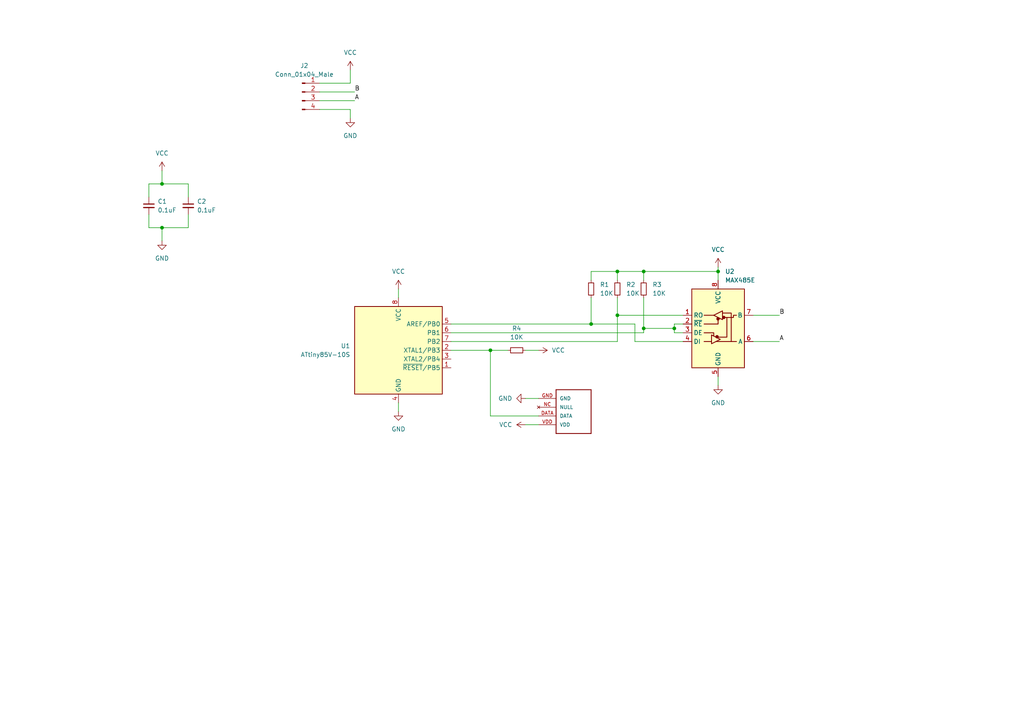
<source format=kicad_sch>
(kicad_sch (version 20211123) (generator eeschema)
  (paper "A4")
  (lib_symbols
    (symbol "Connector:Conn_01x04_Male" (pin_names (offset 1.016) hide)
      (property "Reference" "J" (at 0 5.08 0))
      (property "Value" "Conn_01x04_Male" (at 0 -7.62 0))
      (symbol "Conn_01x04_Male_1_1"
        (polyline (pts (xy 1.27 -5.08) (xy 0.8636 -5.08)) (stroke (width 0.1524)))
        (polyline (pts (xy 1.27 -2.54) (xy 0.8636 -2.54)) (stroke (width 0.1524)))
        (polyline (pts (xy 1.27 0) (xy 0.8636 0)) (stroke (width 0.1524)))
        (polyline (pts (xy 1.27 2.54) (xy 0.8636 2.54)) (stroke (width 0.1524)))
        (rectangle (start 0.8636 -4.953) (end 0 -5.207) (stroke (width 0.1524)) (fill (type outline)))
        (rectangle (start 0.8636 -2.413) (end 0 -2.667) (stroke (width 0.1524)) (fill (type outline)))
        (rectangle (start 0.8636 0.127) (end 0 -0.127) (stroke (width 0.1524)) (fill (type outline)))
        (rectangle (start 0.8636 2.667) (end 0 2.413) (stroke (width 0.1524)) (fill (type outline)))
        (pin passive line (at 5.08 2.54 180) (length 3.81) (name "Pin_1") (number "1"))
        (pin passive line (at 5.08 0 180) (length 3.81) (name "Pin_2") (number "2"))
        (pin passive line (at 5.08 -2.54 180) (length 3.81) (name "Pin_3") (number "3"))
        (pin passive line (at 5.08 -5.08 180) (length 3.81) (name "Pin_4") (number "4"))
      )
    )
    (symbol "DHT22:DHT22" (pin_names (offset 1.016))
      (symbol "DHT22_0_0"
        (polyline (pts (xy 0 0) (xy 10.16 0)) (stroke (width 0.254)))
        (polyline (pts (xy 0 12.7) (xy 0 0)) (stroke (width 0.254)))
        (polyline (pts (xy 10.16 0) (xy 10.16 12.7)) (stroke (width 0.254)))
        (polyline (pts (xy 10.16 12.7) (xy 0 12.7)) (stroke (width 0.254)))
        (pin output line (at 15.24 7.62 180) (length 5.08) (name "DATA") (number "DATA"))
        (pin power_in line (at 15.24 2.54 180) (length 5.08) (name "GND") (number "GND"))
        (pin no_connect line (at 15.24 5.08 180) (length 5.08) (name "NULL") (number "NC"))
        (pin power_in line (at 15.24 10.16 180) (length 5.08) (name "VDD") (number "VDD"))
      )
    )
    (symbol "Device:C_Small" (pin_numbers hide) (pin_names (offset 0.254) hide)
      (property "Reference" "C" (at 0.254 1.778 0))
      (property "Value" "C_Small" (at 0.254 -2.032 0))
      (symbol "C_Small_0_1"
        (polyline (pts (xy -1.524 -0.508) (xy 1.524 -0.508)) (stroke (width 0.3302)))
        (polyline (pts (xy -1.524 0.508) (xy 1.524 0.508)) (stroke (width 0.3048)))
      )
      (symbol "C_Small_1_1"
        (pin passive line (at 0 2.54 270) (length 2.032) (name "~") (number "1"))
        (pin passive line (at 0 -2.54 90) (length 2.032) (name "~") (number "2"))
      )
    )
    (symbol "Device:R_Small" (pin_numbers hide) (pin_names (offset 0.254) hide)
      (property "Reference" "R" (at 0.762 0.508 0))
      (property "Value" "R_Small" (at 0.762 -1.016 0))
      (symbol "R_Small_0_1"
        (rectangle (start -0.762 1.778) (end 0.762 -1.778) (stroke (width 0.2032)))
      )
      (symbol "R_Small_1_1"
        (pin passive line (at 0 2.54 270) (length 0.762) (name "~") (number "1"))
        (pin passive line (at 0 -2.54 90) (length 0.762) (name "~") (number "2"))
      )
    )
    (symbol "Interface_UART:MAX485E"
      (property "Reference" "U" (at -6.096 11.43 0))
      (property "Value" "MAX485E" (at 0.762 11.43 0))
      (symbol "MAX485E_0_1"
        (rectangle (start -7.62 10.16) (end 7.62 -12.7) (stroke (width 0.254)) (fill (type background)))
        (circle (center -0.3048 -3.683) (radius 0.3556) (stroke (width 0.254)) (fill (type outline)))
        (circle (center -0.0254 1.4986) (radius 0.3556) (stroke (width 0.254)) (fill (type outline)))
        (polyline (pts (xy -4.064 -5.08) (xy -1.905 -5.08)) (stroke (width 0.254)))
        (polyline (pts (xy -4.064 2.54) (xy -1.27 2.54)) (stroke (width 0.254)))
        (polyline (pts (xy -1.27 -3.2004) (xy -1.27 -3.4544)) (stroke (width 0.254)))
        (polyline (pts (xy -0.635 -5.08) (xy 5.334 -5.08)) (stroke (width 0.254)))
        (polyline (pts (xy -4.064 -2.54) (xy -1.27 -2.54) (xy -1.27 -3.175)) (stroke (width 0.254)))
        (polyline (pts (xy 0 1.27) (xy 0 0) (xy -4.064 0)) (stroke (width 0.254)))
        (polyline (pts (xy 1.27 3.175) (xy 3.81 3.175) (xy 3.81 -5.08)) (stroke (width 0.254)))
        (polyline (pts (xy 2.54 1.905) (xy 2.54 -3.81) (xy 0 -3.81)) (stroke (width 0.254)))
        (polyline (pts (xy -1.905 -3.175) (xy -1.905 -5.715) (xy 0.635 -4.445) (xy -1.905 -3.175)) (stroke (width 0.254)))
        (polyline (pts (xy -1.27 2.54) (xy 1.27 3.81) (xy 1.27 1.27) (xy -1.27 2.54)) (stroke (width 0.254)))
        (polyline (pts (xy 1.905 1.905) (xy 4.445 1.905) (xy 4.445 2.54) (xy 5.334 2.54)) (stroke (width 0.254)))
        (rectangle (start 1.27 3.175) (end 1.27 3.175))
        (circle (center 1.651 1.905) (radius 0.3556) (stroke (width 0.254)) (fill (type outline)))
      )
      (symbol "MAX485E_1_1"
        (pin output line (at -10.16 2.54 0) (length 2.54) (name "RO") (number "1"))
        (pin input line (at -10.16 0 0) (length 2.54) (name "~{RE}") (number "2"))
        (pin input line (at -10.16 -2.54 0) (length 2.54) (name "DE") (number "3"))
        (pin input line (at -10.16 -5.08 0) (length 2.54) (name "DI") (number "4"))
        (pin power_in line (at 0 -15.24 90) (length 2.54) (name "GND") (number "5"))
        (pin bidirectional line (at 10.16 -5.08 180) (length 2.54) (name "A") (number "6"))
        (pin bidirectional line (at 10.16 2.54 180) (length 2.54) (name "B") (number "7"))
        (pin power_in line (at 0 12.7 270) (length 2.54) (name "VCC") (number "8"))
      )
    )
    (symbol "MCU_Microchip_ATtiny:ATtiny85V-10S"
      (property "Reference" "U" (at -12.7 13.97 0))
      (property "Value" "ATtiny85V-10S" (at 2.54 -13.97 0))
      (symbol "ATtiny85V-10S_0_1"
        (rectangle (start -12.7 -12.7) (end 12.7 12.7) (stroke (width 0.254)) (fill (type background)))
      )
      (symbol "ATtiny85V-10S_1_1"
        (pin bidirectional line (at 15.24 -5.08 180) (length 2.54) (name "~{RESET}/PB5") (number "1"))
        (pin bidirectional line (at 15.24 0 180) (length 2.54) (name "XTAL1/PB3") (number "2"))
        (pin bidirectional line (at 15.24 -2.54 180) (length 2.54) (name "XTAL2/PB4") (number "3"))
        (pin power_in line (at 0 -15.24 90) (length 2.54) (name "GND") (number "4"))
        (pin bidirectional line (at 15.24 7.62 180) (length 2.54) (name "AREF/PB0") (number "5"))
        (pin bidirectional line (at 15.24 5.08 180) (length 2.54) (name "PB1") (number "6"))
        (pin bidirectional line (at 15.24 2.54 180) (length 2.54) (name "PB2") (number "7"))
        (pin power_in line (at 0 15.24 270) (length 2.54) (name "VCC") (number "8"))
      )
    )
    (symbol "power:GND" (power) (pin_names (offset 0))
      (property "Value" "GND" (at 0 -3.81 0))
      (symbol "GND_0_1"
        (polyline (pts (xy 0 0) (xy 0 -1.27) (xy 1.27 -1.27) (xy 0 -2.54) (xy -1.27 -1.27) (xy 0 -1.27)))
      )
      (symbol "GND_1_1"
        (pin power_in line (at 0 0 270) (length 0) hide (name "GND") (number "1"))
      )
    )
    (symbol "power:VCC" (power) (pin_names (offset 0))
      (property "Value" "VCC" (at 0 3.81 0))
      (symbol "VCC_0_1"
        (polyline (pts (xy -0.762 1.27) (xy 0 2.54)))
        (polyline (pts (xy 0 0) (xy 0 2.54)))
        (polyline (pts (xy 0 2.54) (xy 0.762 1.27)))
      )
      (symbol "VCC_1_1"
        (pin power_in line (at 0 0 90) (length 0) hide (name "VCC") (number "1"))
      )
    )
  )
  (junction (at 171.45 93.98))
  (junction (at 46.99 66.04))
  (junction (at 195.58 95.25))
  (junction (at 186.69 95.25))
  (junction (at 179.07 91.44))
  (junction (at 46.99 53.34))
  (junction (at 179.07 78.74))
  (junction (at 142.24 101.6))
  (junction (at 208.28 78.74))
  (junction (at 186.69 78.74))
  (wire (pts (xy 156.21 120.65) (xy 142.24 120.65)))
  (wire (pts (xy 43.18 53.34) (xy 46.99 53.34)))
  (wire (pts (xy 152.4 123.19) (xy 156.21 123.19)))
  (wire (pts (xy 208.28 109.22) (xy 208.28 111.76)))
  (wire (pts (xy 54.61 53.34) (xy 54.61 57.15)))
  (wire (pts (xy 43.18 66.04) (xy 46.99 66.04)))
  (wire (pts (xy 46.99 49.53) (xy 46.99 53.34)))
  (wire (pts (xy 92.71 31.75) (xy 101.6 31.75)))
  (wire (pts (xy 101.6 31.75) (xy 101.6 34.29)))
  (wire (pts (xy 92.71 26.67) (xy 102.87 26.67)))
  (wire (pts (xy 208.28 77.47) (xy 208.28 78.74)))
  (wire (pts (xy 171.45 93.98) (xy 184.15 93.98)))
  (wire (pts (xy 46.99 53.34) (xy 54.61 53.34)))
  (wire (pts (xy 186.69 78.74) (xy 186.69 81.28)))
  (wire (pts (xy 43.18 62.23) (xy 43.18 66.04)))
  (wire (pts (xy 179.07 91.44) (xy 179.07 99.06)))
  (wire (pts (xy 195.58 95.25) (xy 195.58 96.52)))
  (wire (pts (xy 171.45 78.74) (xy 179.07 78.74)))
  (wire (pts (xy 218.44 91.44) (xy 226.06 91.44)))
  (wire (pts (xy 115.57 83.82) (xy 115.57 86.36)))
  (wire (pts (xy 46.99 66.04) (xy 46.99 69.85)))
  (wire (pts (xy 184.15 93.98) (xy 184.15 99.06)))
  (wire (pts (xy 195.58 95.25) (xy 186.69 95.25)))
  (wire (pts (xy 195.58 96.52) (xy 198.12 96.52)))
  (wire (pts (xy 142.24 101.6) (xy 147.32 101.6)))
  (wire (pts (xy 179.07 99.06) (xy 130.81 99.06)))
  (wire (pts (xy 54.61 62.23) (xy 54.61 66.04)))
  (wire (pts (xy 198.12 93.98) (xy 195.58 93.98)))
  (wire (pts (xy 171.45 78.74) (xy 171.45 81.28)))
  (wire (pts (xy 179.07 78.74) (xy 186.69 78.74)))
  (wire (pts (xy 171.45 93.98) (xy 171.45 86.36)))
  (wire (pts (xy 142.24 101.6) (xy 130.81 101.6)))
  (wire (pts (xy 208.28 78.74) (xy 208.28 81.28)))
  (wire (pts (xy 152.4 115.57) (xy 156.21 115.57)))
  (wire (pts (xy 186.69 96.52) (xy 186.69 95.25)))
  (wire (pts (xy 130.81 93.98) (xy 171.45 93.98)))
  (wire (pts (xy 92.71 24.13) (xy 101.6 24.13)))
  (wire (pts (xy 46.99 66.04) (xy 54.61 66.04)))
  (wire (pts (xy 43.18 57.15) (xy 43.18 53.34)))
  (wire (pts (xy 186.69 95.25) (xy 186.69 86.36)))
  (wire (pts (xy 218.44 99.06) (xy 226.06 99.06)))
  (wire (pts (xy 130.81 96.52) (xy 186.69 96.52)))
  (wire (pts (xy 195.58 93.98) (xy 195.58 95.25)))
  (wire (pts (xy 92.71 29.21) (xy 102.87 29.21)))
  (wire (pts (xy 179.07 86.36) (xy 179.07 91.44)))
  (wire (pts (xy 179.07 91.44) (xy 198.12 91.44)))
  (wire (pts (xy 142.24 120.65) (xy 142.24 101.6)))
  (wire (pts (xy 186.69 78.74) (xy 208.28 78.74)))
  (wire (pts (xy 179.07 78.74) (xy 179.07 81.28)))
  (wire (pts (xy 115.57 116.84) (xy 115.57 119.38)))
  (wire (pts (xy 101.6 24.13) (xy 101.6 20.32)))
  (wire (pts (xy 184.15 99.06) (xy 198.12 99.06)))
  (wire (pts (xy 152.4 101.6) (xy 156.21 101.6)))
  (label "B" (at 102.87 26.67 0))
  (label "B" (at 226.06 91.44 0))
  (label "A" (at 102.87 29.21 0))
  (label "A" (at 226.06 99.06 0))
  (symbol (lib_id "DHT22:DHT22") (at 171.45 113.03 180) (unit 1)
    (property "Reference" "U3" (effects hide))
    (property "Value" "DHT22" (effects hide))
    (property "Footprint" "DHT22" (effects hide))
  )
  (symbol (lib_id "power:VCC") (at 208.28 77.47 0) (unit 1)
    (property "Reference" "#PWR0102" (effects hide))
    (property "Value" "VCC" (at 208.28 72.39 0))
  )
  (symbol (lib_id "power:GND") (at 101.6 34.29 0) (unit 1)
    (property "Reference" "#PWR0107" (effects hide))
    (property "Value" "GND" (at 101.6 39.37 0))
  )
  (symbol (lib_id "power:GND") (at 152.4 115.57 270) (unit 1)
    (property "Reference" "#PWR0110" (effects hide))
    (property "Value" "GND" (at 148.59 115.5699 90) (effects (justify right)))
  )
  (symbol (lib_id "Connector:Conn_01x04_Male") (at 87.63 26.67 0) (unit 1)
    (property "Reference" "J2" (at 88.265 19.05 0))
    (property "Value" "Conn_01x04_Male" (at 88.265 21.59 0))
    (property "Footprint" "Connector_PinHeader_1.27mm:PinHeader_1x04_P1.27mm_Vertical" (effects hide))
  )
  (symbol (lib_id "Device:C_Small") (at 43.18 59.69 0) (unit 1)
    (property "Reference" "C1" (at 45.72 58.4262 0) (effects (justify left)))
    (property "Value" "0.1uF" (at 45.72 60.9662 0) (effects (justify left)))
    (property "Footprint" "Capacitor_SMD:C_0805_2012Metric" (effects hide))
  )
  (symbol (lib_id "power:VCC") (at 115.57 83.82 0) (unit 1)
    (property "Reference" "#PWR0106" (effects hide))
    (property "Value" "VCC" (at 115.57 78.74 0))
  )
  (symbol (lib_id "Device:R_Small") (at 149.86 101.6 270) (unit 1)
    (property "Reference" "R4" (at 149.86 95.25 90))
    (property "Value" "10K" (at 149.86 97.79 90))
    (property "Footprint" "Resistor_SMD:R_0603_1608Metric" (effects hide))
  )
  (symbol (lib_id "Device:R_Small") (at 179.07 83.82 0) (unit 1)
    (property "Reference" "R2" (at 181.61 82.5499 0) (effects (justify left)))
    (property "Value" "10K" (at 181.61 85.0899 0) (effects (justify left)))
    (property "Footprint" "Resistor_SMD:R_0603_1608Metric" (effects hide))
  )
  (symbol (lib_id "Device:R_Small") (at 171.45 83.82 0) (unit 1)
    (property "Reference" "R1" (at 173.99 82.5499 0) (effects (justify left)))
    (property "Value" "10K" (at 173.99 85.0899 0) (effects (justify left)))
    (property "Footprint" "Resistor_SMD:R_0603_1608Metric" (effects hide))
  )
  (symbol (lib_id "MCU_Microchip_ATtiny:ATtiny85V-10S") (at 115.57 101.6 0) (unit 1)
    (property "Reference" "U1" (at 101.6 100.3299 0) (effects (justify right)))
    (property "Value" "ATtiny85V-10S" (at 101.6 102.8699 0) (effects (justify right)))
    (property "Footprint" "Package_SO:SOIC-8W_5.3x5.3mm_P1.27mm" (effects hide))
    (property "Datasheet" "http://ww1.microchip.com/downloads/en/DeviceDoc/atmel-2586-avr-8-bit-microcontroller-attiny25-attiny45-attiny85_datasheet.pdf" (effects hide))
  )
  (symbol (lib_id "power:GND") (at 115.57 119.38 0) (unit 1)
    (property "Reference" "#PWR0105" (effects hide))
    (property "Value" "GND" (at 115.57 124.46 0))
  )
  (symbol (lib_id "Device:C_Small") (at 54.61 59.69 0) (unit 1)
    (property "Reference" "C2" (at 57.15 58.4262 0) (effects (justify left)))
    (property "Value" "0.1uF" (at 57.15 60.9662 0) (effects (justify left)))
    (property "Footprint" "Capacitor_SMD:C_0805_2012Metric" (effects hide))
  )
  (symbol (lib_id "Interface_UART:MAX485E") (at 208.28 93.98 0) (unit 1)
    (property "Reference" "U2" (at 210.2994 78.74 0) (effects (justify left)))
    (property "Value" "MAX485E" (at 210.2994 81.28 0) (effects (justify left)))
    (property "Footprint" "Package_SO:SOIC-8_3.9x4.9mm_P1.27mm" (effects hide))
    (property "Datasheet" "https://datasheets.maximintegrated.com/en/ds/MAX1487E-MAX491E.pdf" (effects hide))
  )
  (symbol (lib_id "power:GND") (at 208.28 111.76 0) (unit 1)
    (property "Reference" "#PWR0101" (effects hide))
    (property "Value" "GND" (at 208.28 116.84 0))
  )
  (symbol (lib_id "Device:R_Small") (at 186.69 83.82 0) (unit 1)
    (property "Reference" "R3" (at 189.23 82.5499 0) (effects (justify left)))
    (property "Value" "10K" (at 189.23 85.0899 0) (effects (justify left)))
    (property "Footprint" "Resistor_SMD:R_0603_1608Metric" (effects hide))
  )
  (symbol (lib_id "power:VCC") (at 156.21 101.6 270) (unit 1)
    (property "Reference" "#PWR0111" (effects hide))
    (property "Value" "VCC" (at 160.02 101.5999 90) (effects (justify left)))
  )
  (symbol (lib_id "power:VCC") (at 46.99 49.53 0) (unit 1)
    (property "Reference" "#PWR0103" (effects hide))
    (property "Value" "VCC" (at 46.99 44.45 0))
  )
  (symbol (lib_id "power:GND") (at 46.99 69.85 0) (unit 1)
    (property "Reference" "#PWR0104" (effects hide))
    (property "Value" "GND" (at 46.99 74.93 0))
  )
  (symbol (lib_id "power:VCC") (at 101.6 20.32 0) (unit 1)
    (property "Reference" "#PWR0108" (effects hide))
    (property "Value" "VCC" (at 101.6 15.24 0))
  )
  (symbol (lib_id "power:VCC") (at 152.4 123.19 90) (unit 1)
    (property "Reference" "#PWR0109" (effects hide))
    (property "Value" "VCC" (at 148.59 123.1899 90) (effects (justify left)))
  )
)
</source>
